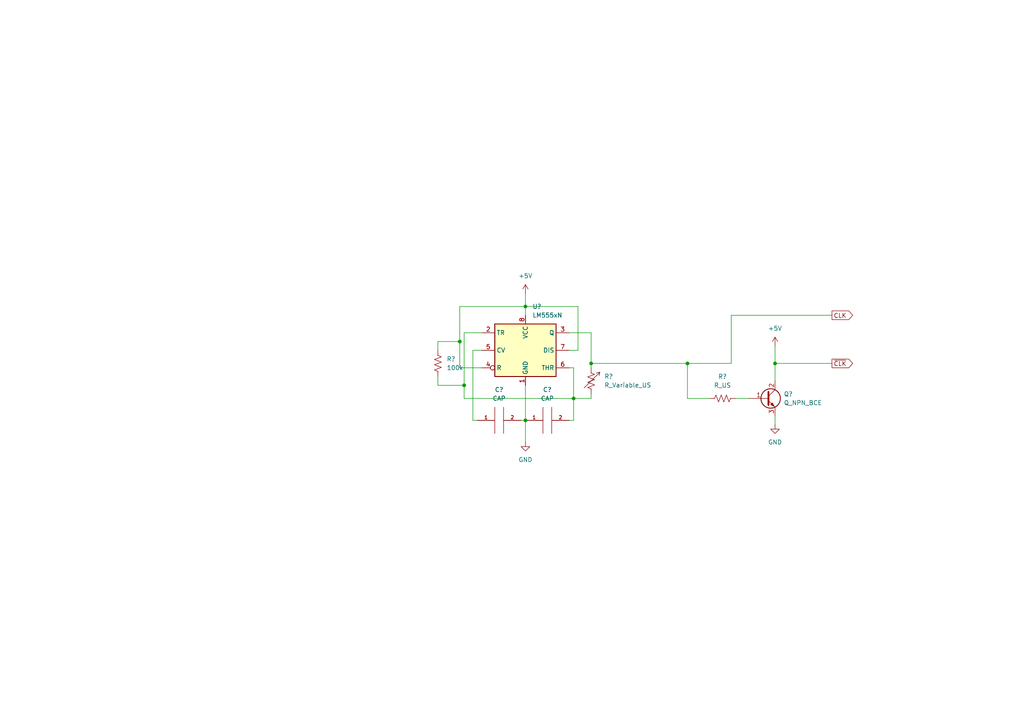
<source format=kicad_sch>
(kicad_sch (version 20211123) (generator eeschema)
  (paper "A4")
  (lib_symbols
    (symbol "Device:Q_NPN_BCE" (pin_names (offset 0) hide)
      (property "Reference" "Q" (at 5.08 1.27 0))
      (property "Value" "Q_NPN_BCE" (at 5.08 -1.27 0))
      (symbol "Q_NPN_BCE_0_1"
        (polyline (pts (xy 0.635 0.635) (xy 2.54 2.54)))
        (polyline (pts (xy 0.635 -0.635) (xy 2.54 -2.54) (xy 2.54 -2.54)))
        (polyline (pts (xy 0.635 1.905) (xy 0.635 -1.905) (xy 0.635 -1.905)) (stroke (width 0.508)))
        (polyline (pts (xy 1.27 -1.778) (xy 1.778 -1.27) (xy 2.286 -2.286) (xy 1.27 -1.778) (xy 1.27 -1.778)) (fill (type outline)))
        (circle (center 1.27 0) (radius 2.8194) (stroke (width 0.254)))
      )
      (symbol "Q_NPN_BCE_1_1"
        (pin input line (at -5.08 0 0) (length 5.715) (name "B") (number "1"))
        (pin passive line (at 2.54 5.08 270) (length 2.54) (name "C") (number "2"))
        (pin passive line (at 2.54 -5.08 90) (length 2.54) (name "E") (number "3"))
      )
    )
    (symbol "Device:R_US" (pin_numbers hide) (pin_names (offset 0))
      (property "Reference" "R" (at 2.54 0 90))
      (property "Value" "R_US" (at -2.54 0 90))
      (symbol "R_US_0_1"
        (polyline (pts (xy 0 -2.286) (xy 0 -2.54)))
        (polyline (pts (xy 0 2.286) (xy 0 2.54)))
        (polyline (pts (xy 0 -0.762) (xy 1.016 -1.143) (xy 0 -1.524) (xy -1.016 -1.905) (xy 0 -2.286)))
        (polyline (pts (xy 0 0.762) (xy 1.016 0.381) (xy 0 0) (xy -1.016 -0.381) (xy 0 -0.762)))
        (polyline (pts (xy 0 2.286) (xy 1.016 1.905) (xy 0 1.524) (xy -1.016 1.143) (xy 0 0.762)))
      )
      (symbol "R_US_1_1"
        (pin passive line (at 0 3.81 270) (length 1.27) (name "~") (number "1"))
        (pin passive line (at 0 -3.81 90) (length 1.27) (name "~") (number "2"))
      )
    )
    (symbol "Device:R_Variable_US" (pin_numbers hide) (pin_names (offset 0))
      (property "Reference" "R" (at 2.54 -2.54 90))
      (property "Value" "R_Variable_US" (at -2.54 -1.27 90))
      (symbol "R_Variable_US_0_1"
        (polyline (pts (xy 0 -2.286) (xy 0 -2.54)))
        (polyline (pts (xy 0 2.286) (xy 0 2.54)))
        (polyline (pts (xy 0 -0.762) (xy 1.016 -1.143) (xy 0 -1.524) (xy -1.016 -1.905) (xy 0 -2.286)))
        (polyline (pts (xy 0 0.762) (xy 1.016 0.381) (xy 0 0) (xy -1.016 -0.381) (xy 0 -0.762)))
        (polyline (pts (xy 0 2.286) (xy 1.016 1.905) (xy 0 1.524) (xy -1.016 1.143) (xy 0 0.762)) (stroke (width 0.1524)))
        (polyline (pts (xy 2.286 1.524) (xy 2.54 2.54) (xy 1.524 2.286) (xy 2.54 2.54) (xy -2.032 -2.032)) (stroke (width 0.1524)))
      )
      (symbol "R_Variable_US_1_1"
        (pin passive line (at 0 3.81 270) (length 1.27) (name "~") (number "1"))
        (pin passive line (at 0 -3.81 90) (length 1.27) (name "~") (number "2"))
      )
    )
    (symbol "Timer:LM555xN"
      (property "Reference" "U" (at -10.16 8.89 0))
      (property "Value" "LM555xN" (at 2.54 8.89 0))
      (symbol "LM555xN_0_0"
        (pin power_in line (at 0 -10.16 90) (length 2.54) (name "GND") (number "1"))
        (pin power_in line (at 0 10.16 270) (length 2.54) (name "VCC") (number "8"))
      )
      (symbol "LM555xN_0_1"
        (rectangle (start -8.89 -7.62) (end 8.89 7.62) (stroke (width 0.254)) (fill (type background)))
        (rectangle (start -8.89 -7.62) (end 8.89 7.62) (stroke (width 0.254)) (fill (type background)))
      )
      (symbol "LM555xN_1_1"
        (pin input line (at -12.7 5.08 0) (length 3.81) (name "TR") (number "2"))
        (pin output line (at 12.7 5.08 180) (length 3.81) (name "Q") (number "3"))
        (pin input inverted (at -12.7 -5.08 0) (length 3.81) (name "R") (number "4"))
        (pin input line (at -12.7 0 0) (length 3.81) (name "CV") (number "5"))
        (pin input line (at 12.7 -5.08 180) (length 3.81) (name "THR") (number "6"))
        (pin input line (at 12.7 0 180) (length 3.81) (name "DIS") (number "7"))
      )
    )
    (symbol "power:+5V" (power) (pin_names (offset 0))
      (property "Value" "+5V" (at 0 3.556 0))
      (symbol "+5V_0_1"
        (polyline (pts (xy -0.762 1.27) (xy 0 2.54)))
        (polyline (pts (xy 0 0) (xy 0 2.54)))
        (polyline (pts (xy 0 2.54) (xy 0.762 1.27)))
      )
      (symbol "+5V_1_1"
        (pin power_in line (at 0 0 90) (length 0) hide (name "+5V") (number "1"))
      )
    )
    (symbol "power:GND" (power) (pin_names (offset 0))
      (property "Value" "GND" (at 0 -3.81 0))
      (symbol "GND_0_1"
        (polyline (pts (xy 0 0) (xy 0 -1.27) (xy 1.27 -1.27) (xy 0 -2.54) (xy -1.27 -1.27) (xy 0 -1.27)))
      )
      (symbol "GND_1_1"
        (pin power_in line (at 0 0 270) (length 0) hide (name "GND") (number "1"))
      )
    )
    (symbol "pspice:CAP" (pin_names (offset 0.254))
      (property "Reference" "C" (at 2.54 3.81 90))
      (property "Value" "CAP" (at 2.54 -3.81 90))
      (symbol "CAP_0_1"
        (polyline (pts (xy -3.81 -1.27) (xy 3.81 -1.27)))
        (polyline (pts (xy -3.81 1.27) (xy 3.81 1.27)))
      )
      (symbol "CAP_1_1"
        (pin passive line (at 0 6.35 270) (length 5.08) (name "~") (number "1"))
        (pin passive line (at 0 -6.35 90) (length 5.08) (name "~") (number "2"))
      )
    )
  )
  (junction (at 152.4 88.9))
  (junction (at 199.39 105.41))
  (junction (at 224.79 105.41))
  (junction (at 166.37 115.57))
  (junction (at 171.45 105.41))
  (junction (at 152.4 121.92))
  (junction (at 133.35 99.06))
  (junction (at 134.62 111.76))
  (wire (pts (xy 134.62 115.57) (xy 134.62 111.76)))
  (wire (pts (xy 212.09 105.41) (xy 212.09 91.44)))
  (wire (pts (xy 199.39 105.41) (xy 212.09 105.41)))
  (wire (pts (xy 224.79 120.65) (xy 224.79 123.19)))
  (wire (pts (xy 165.1 101.6) (xy 167.64 101.6)))
  (wire (pts (xy 171.45 114.3) (xy 171.45 115.57)))
  (wire (pts (xy 152.4 88.9) (xy 152.4 91.44)))
  (wire (pts (xy 133.35 88.9) (xy 152.4 88.9)))
  (wire (pts (xy 133.35 99.06) (xy 133.35 88.9)))
  (wire (pts (xy 171.45 105.41) (xy 171.45 106.68)))
  (wire (pts (xy 212.09 91.44) (xy 241.3 91.44)))
  (wire (pts (xy 137.16 121.92) (xy 138.43 121.92)))
  (wire (pts (xy 224.79 100.33) (xy 224.79 105.41)))
  (wire (pts (xy 171.45 105.41) (xy 199.39 105.41)))
  (wire (pts (xy 152.4 121.92) (xy 152.4 111.76)))
  (wire (pts (xy 127 99.06) (xy 127 101.6)))
  (wire (pts (xy 166.37 115.57) (xy 171.45 115.57)))
  (wire (pts (xy 166.37 115.57) (xy 166.37 121.92)))
  (wire (pts (xy 224.79 105.41) (xy 224.79 110.49)))
  (wire (pts (xy 167.64 88.9) (xy 152.4 88.9)))
  (wire (pts (xy 133.35 99.06) (xy 127 99.06)))
  (wire (pts (xy 139.7 101.6) (xy 137.16 101.6)))
  (wire (pts (xy 137.16 101.6) (xy 137.16 121.92)))
  (wire (pts (xy 133.35 106.68) (xy 133.35 99.06)))
  (wire (pts (xy 213.36 115.57) (xy 217.17 115.57)))
  (wire (pts (xy 165.1 106.68) (xy 166.37 106.68)))
  (wire (pts (xy 152.4 128.27) (xy 152.4 121.92)))
  (wire (pts (xy 224.79 105.41) (xy 241.3 105.41)))
  (wire (pts (xy 151.13 121.92) (xy 152.4 121.92)))
  (wire (pts (xy 167.64 101.6) (xy 167.64 88.9)))
  (wire (pts (xy 171.45 96.52) (xy 171.45 105.41)))
  (wire (pts (xy 127 109.22) (xy 127 111.76)))
  (wire (pts (xy 166.37 106.68) (xy 166.37 115.57)))
  (wire (pts (xy 134.62 115.57) (xy 166.37 115.57)))
  (wire (pts (xy 199.39 115.57) (xy 199.39 105.41)))
  (wire (pts (xy 127 111.76) (xy 134.62 111.76)))
  (wire (pts (xy 134.62 111.76) (xy 134.62 96.52)))
  (wire (pts (xy 199.39 115.57) (xy 205.74 115.57)))
  (wire (pts (xy 139.7 106.68) (xy 133.35 106.68)))
  (wire (pts (xy 165.1 96.52) (xy 171.45 96.52)))
  (wire (pts (xy 165.1 121.92) (xy 166.37 121.92)))
  (wire (pts (xy 134.62 96.52) (xy 139.7 96.52)))
  (wire (pts (xy 152.4 85.09) (xy 152.4 88.9)))
  (global_label "CLK" (shape output) (at 241.3 91.44 0) (property "Intersheet References" "${INTERSHEET_REFS}" (at 247.2812 91.3606 0) (effects (justify left))))
  (global_label "~{CLK}" (shape output) (at 241.3 105.41 0) (property "Intersheet References" "${INTERSHEET_REFS}" (at 247.2812 105.3306 0) (effects (justify left))))
  (symbol (lib_id "power:GND") (at 152.4 128.27 0) (unit 1)
    (property "Reference" "#PWR0128" (effects hide))
    (property "Value" "GND" (at 152.4 133.35 0))
  )
  (symbol (lib_id "Timer:LM555xN") (at 152.4 101.6 0) (unit 1)
    (property "Reference" "U?" (at 154.4194 88.9 0) (effects (justify left)))
    (property "Value" "LM555xN" (at 154.4194 91.44 0) (effects (justify left)))
    (property "Footprint" "Package_DIP:DIP-8_W7.62mm" (effects hide))
    (property "Datasheet" "http://www.ti.com/lit/ds/symlink/lm555.pdf" (effects hide))
  )
  (symbol (lib_id "Device:R_Variable_US") (at 171.45 110.49 0) (unit 1)
    (property "Reference" "R?" (at 175.26 109.1818 0) (effects (justify left)))
    (property "Value" "R_Variable_US" (at 175.26 111.7218 0) (effects (justify left)))
  )
  (symbol (lib_id "Device:R_US") (at 209.55 115.57 90) (unit 1)
    (property "Reference" "R?" (at 209.55 109.22 90))
    (property "Value" "R_US" (at 209.55 111.76 90))
  )
  (symbol (lib_id "pspice:CAP") (at 144.78 121.92 90) (unit 1)
    (property "Reference" "C?" (at 144.78 113.03 90))
    (property "Value" "CAP" (at 144.78 115.57 90))
  )
  (symbol (lib_id "Device:Q_NPN_BCE") (at 222.25 115.57 0) (unit 1)
    (property "Reference" "Q?" (at 227.33 114.2999 0) (effects (justify left)))
    (property "Value" "Q_NPN_BCE" (at 227.33 116.8399 0) (effects (justify left)))
  )
  (symbol (lib_id "power:+5V") (at 224.79 100.33 0) (unit 1)
    (property "Reference" "#PWR0126" (effects hide))
    (property "Value" "+5V" (at 224.79 95.25 0))
  )
  (symbol (lib_id "power:GND") (at 224.79 123.19 0) (unit 1)
    (property "Reference" "#PWR0125" (effects hide))
    (property "Value" "GND" (at 224.79 128.27 0))
  )
  (symbol (lib_id "Device:R_US") (at 127 105.41 0) (unit 1)
    (property "Reference" "R?" (at 129.54 104.1399 0) (effects (justify left)))
    (property "Value" "100k" (at 129.54 106.6799 0) (effects (justify left)))
  )
  (symbol (lib_id "power:+5V") (at 152.4 85.09 0) (unit 1)
    (property "Reference" "#PWR0127" (effects hide))
    (property "Value" "+5V" (at 152.4 80.01 0))
  )
  (symbol (lib_id "pspice:CAP") (at 158.75 121.92 90) (unit 1)
    (property "Reference" "C?" (at 158.75 113.03 90))
    (property "Value" "CAP" (at 158.75 115.57 90))
  )
)
</source>
